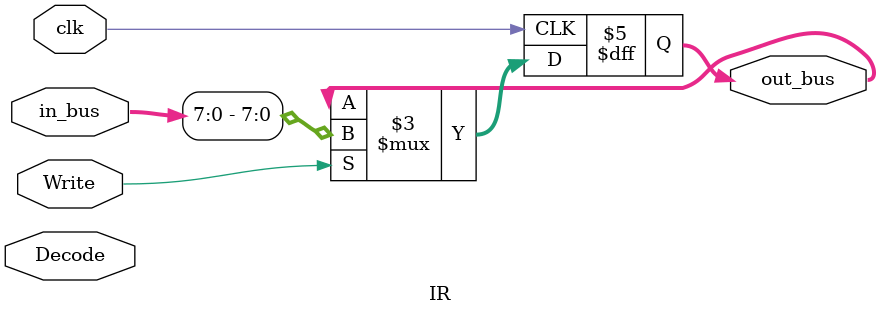
<source format=v>
`timescale 1ns / 1ps


module IR(
input [15:0] in_bus,
input Decode,
input Write,
input clk,
output reg [7:0] out_bus
);

//reg [7:0] register;

initial begin
    out_bus = 8'b0;
end

always@(posedge clk)
        begin
            if (Write) begin
                out_bus <= in_bus[7:0];
            end
        //$display("IR ","%b", out_bus);
        end 
endmodule

</source>
